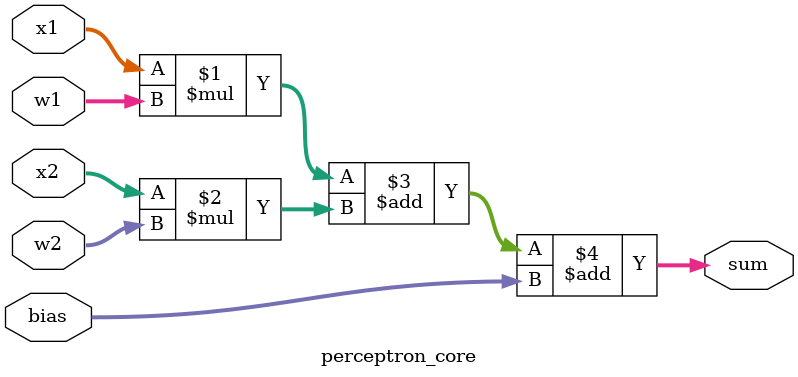
<source format=v>
module perceptron_core(
    input signed [3:0] x1,
    input signed [3:0] x2,
    input signed [3:0] w1,
    input signed [3:0] w2,
    input signed [5:0] bias,
    output signed [6:0] sum
);
    assign sum = (x1 * w1) + (x2 * w2) + bias;
endmodule

</source>
